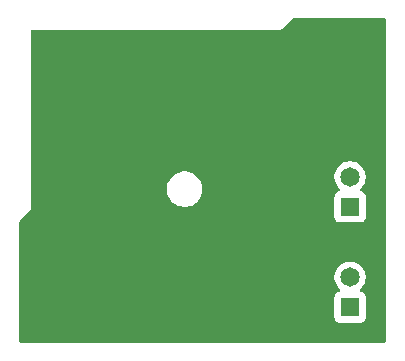
<source format=gbl>
%TF.GenerationSoftware,KiCad,Pcbnew,9.0.5-9.0.5~ubuntu24.04.1*%
%TF.CreationDate,2025-10-25T11:16:37+03:00*%
%TF.ProjectId,Blood pressure sensor,426c6f6f-6420-4707-9265-737375726520,rev?*%
%TF.SameCoordinates,Original*%
%TF.FileFunction,Copper,L2,Bot*%
%TF.FilePolarity,Positive*%
%FSLAX46Y46*%
G04 Gerber Fmt 4.6, Leading zero omitted, Abs format (unit mm)*
G04 Created by KiCad (PCBNEW 9.0.5-9.0.5~ubuntu24.04.1) date 2025-10-25 11:16:37*
%MOMM*%
%LPD*%
G01*
G04 APERTURE LIST*
%TA.AperFunction,ComponentPad*%
%ADD10R,1.650000X1.650000*%
%TD*%
%TA.AperFunction,ComponentPad*%
%ADD11C,1.650000*%
%TD*%
G04 APERTURE END LIST*
D10*
%TO.P,J1,1,1*%
%TO.N,Net-(IC3-OUT1)*%
X139500000Y-91000000D03*
D11*
%TO.P,J1,2,2*%
%TO.N,Net-(IC3-OUT2)*%
X139500000Y-88460000D03*
%TD*%
D10*
%TO.P,J2,1,1*%
%TO.N,+3.3V*%
X139500000Y-99500000D03*
D11*
%TO.P,J2,2,2*%
%TO.N,Net-(D2-K)*%
X139500000Y-96960000D03*
%TD*%
%TA.AperFunction,Conductor*%
%TO.N,GND*%
G36*
X142442539Y-75020185D02*
G01*
X142488294Y-75072989D01*
X142499500Y-75124500D01*
X142499500Y-102375500D01*
X142479815Y-102442539D01*
X142427011Y-102488294D01*
X142375500Y-102499500D01*
X111624500Y-102499500D01*
X111557461Y-102479815D01*
X111511706Y-102427011D01*
X111500500Y-102375500D01*
X111500500Y-96855675D01*
X138174500Y-96855675D01*
X138174500Y-97064324D01*
X138207137Y-97270389D01*
X138271612Y-97468820D01*
X138366330Y-97654714D01*
X138488966Y-97823506D01*
X138636033Y-97970573D01*
X138669518Y-98031896D01*
X138664534Y-98101588D01*
X138622662Y-98157521D01*
X138574447Y-98176497D01*
X138575068Y-98179124D01*
X138567520Y-98180907D01*
X138432671Y-98231202D01*
X138432664Y-98231206D01*
X138317455Y-98317452D01*
X138317452Y-98317455D01*
X138231206Y-98432664D01*
X138231202Y-98432671D01*
X138180908Y-98567517D01*
X138174501Y-98627116D01*
X138174501Y-98627123D01*
X138174500Y-98627135D01*
X138174500Y-100372870D01*
X138174501Y-100372876D01*
X138180908Y-100432483D01*
X138231202Y-100567328D01*
X138231206Y-100567335D01*
X138317452Y-100682544D01*
X138317455Y-100682547D01*
X138432664Y-100768793D01*
X138432671Y-100768797D01*
X138567517Y-100819091D01*
X138567516Y-100819091D01*
X138574444Y-100819835D01*
X138627127Y-100825500D01*
X140372872Y-100825499D01*
X140432483Y-100819091D01*
X140567331Y-100768796D01*
X140682546Y-100682546D01*
X140768796Y-100567331D01*
X140819091Y-100432483D01*
X140825500Y-100372873D01*
X140825499Y-98627128D01*
X140819091Y-98567517D01*
X140768796Y-98432669D01*
X140768795Y-98432668D01*
X140768793Y-98432664D01*
X140682547Y-98317455D01*
X140682544Y-98317452D01*
X140567335Y-98231206D01*
X140567328Y-98231202D01*
X140432482Y-98180908D01*
X140424938Y-98179126D01*
X140425616Y-98176252D01*
X140373843Y-98154809D01*
X140333993Y-98097418D01*
X140331497Y-98027593D01*
X140363962Y-97970577D01*
X140511035Y-97823505D01*
X140633670Y-97654714D01*
X140728389Y-97468816D01*
X140792862Y-97270389D01*
X140825500Y-97064324D01*
X140825500Y-96855675D01*
X140792862Y-96649610D01*
X140728387Y-96451179D01*
X140633669Y-96265285D01*
X140511035Y-96096495D01*
X140363505Y-95948965D01*
X140194714Y-95826330D01*
X140008820Y-95731612D01*
X139810389Y-95667137D01*
X139604324Y-95634500D01*
X139604319Y-95634500D01*
X139395681Y-95634500D01*
X139395676Y-95634500D01*
X139189610Y-95667137D01*
X138991179Y-95731612D01*
X138805285Y-95826330D01*
X138636493Y-95948966D01*
X138488966Y-96096493D01*
X138366330Y-96265285D01*
X138271612Y-96451179D01*
X138207137Y-96649610D01*
X138174500Y-96855675D01*
X111500500Y-96855675D01*
X111500500Y-92258676D01*
X111520185Y-92191637D01*
X111536819Y-92170995D01*
X111901000Y-91806814D01*
X112400500Y-91307314D01*
X112466392Y-91193186D01*
X112500500Y-91065892D01*
X112500500Y-90934107D01*
X112500500Y-89381902D01*
X123999500Y-89381902D01*
X123999500Y-89618097D01*
X124036446Y-89851368D01*
X124109433Y-90075996D01*
X124216657Y-90286433D01*
X124355483Y-90477510D01*
X124522490Y-90644517D01*
X124713567Y-90783343D01*
X124731904Y-90792686D01*
X124924003Y-90890566D01*
X124924005Y-90890566D01*
X124924008Y-90890568D01*
X125044412Y-90929689D01*
X125148631Y-90963553D01*
X125381903Y-91000500D01*
X125381908Y-91000500D01*
X125618097Y-91000500D01*
X125851368Y-90963553D01*
X126075992Y-90890568D01*
X126286433Y-90783343D01*
X126477510Y-90644517D01*
X126644517Y-90477510D01*
X126783343Y-90286433D01*
X126890568Y-90075992D01*
X126963553Y-89851368D01*
X126968924Y-89817455D01*
X127000500Y-89618097D01*
X127000500Y-89381902D01*
X126963553Y-89148631D01*
X126890566Y-88924003D01*
X126783342Y-88713566D01*
X126644517Y-88522490D01*
X126477702Y-88355675D01*
X138174500Y-88355675D01*
X138174500Y-88564324D01*
X138207137Y-88770389D01*
X138271612Y-88968820D01*
X138366330Y-89154714D01*
X138488966Y-89323506D01*
X138636033Y-89470573D01*
X138669518Y-89531896D01*
X138664534Y-89601588D01*
X138622662Y-89657521D01*
X138574447Y-89676497D01*
X138575068Y-89679124D01*
X138567520Y-89680907D01*
X138432671Y-89731202D01*
X138432664Y-89731206D01*
X138317455Y-89817452D01*
X138317452Y-89817455D01*
X138231206Y-89932664D01*
X138231202Y-89932671D01*
X138180908Y-90067517D01*
X138174501Y-90127116D01*
X138174501Y-90127123D01*
X138174500Y-90127135D01*
X138174500Y-91872870D01*
X138174501Y-91872876D01*
X138180908Y-91932483D01*
X138231202Y-92067328D01*
X138231206Y-92067335D01*
X138317452Y-92182544D01*
X138317455Y-92182547D01*
X138432664Y-92268793D01*
X138432671Y-92268797D01*
X138567517Y-92319091D01*
X138567516Y-92319091D01*
X138574444Y-92319835D01*
X138627127Y-92325500D01*
X140372872Y-92325499D01*
X140432483Y-92319091D01*
X140567331Y-92268796D01*
X140682546Y-92182546D01*
X140768796Y-92067331D01*
X140819091Y-91932483D01*
X140825500Y-91872873D01*
X140825499Y-90127128D01*
X140819091Y-90067517D01*
X140768796Y-89932669D01*
X140768795Y-89932668D01*
X140768793Y-89932664D01*
X140682547Y-89817455D01*
X140682544Y-89817452D01*
X140567335Y-89731206D01*
X140567328Y-89731202D01*
X140432482Y-89680908D01*
X140424938Y-89679126D01*
X140425616Y-89676252D01*
X140373843Y-89654809D01*
X140333993Y-89597418D01*
X140331497Y-89527593D01*
X140363962Y-89470577D01*
X140511035Y-89323505D01*
X140633670Y-89154714D01*
X140728389Y-88968816D01*
X140792862Y-88770389D01*
X140801862Y-88713566D01*
X140825500Y-88564324D01*
X140825500Y-88355675D01*
X140792862Y-88149610D01*
X140728387Y-87951179D01*
X140633669Y-87765285D01*
X140511035Y-87596495D01*
X140363505Y-87448965D01*
X140194714Y-87326330D01*
X140008820Y-87231612D01*
X139810389Y-87167137D01*
X139604324Y-87134500D01*
X139604319Y-87134500D01*
X139395681Y-87134500D01*
X139395676Y-87134500D01*
X139189610Y-87167137D01*
X138991179Y-87231612D01*
X138805285Y-87326330D01*
X138636493Y-87448966D01*
X138488966Y-87596493D01*
X138366330Y-87765285D01*
X138271612Y-87951179D01*
X138207137Y-88149610D01*
X138174500Y-88355675D01*
X126477702Y-88355675D01*
X126477510Y-88355483D01*
X126286433Y-88216657D01*
X126075996Y-88109433D01*
X125851368Y-88036446D01*
X125618097Y-87999500D01*
X125618092Y-87999500D01*
X125381908Y-87999500D01*
X125381903Y-87999500D01*
X125148631Y-88036446D01*
X124924003Y-88109433D01*
X124713566Y-88216657D01*
X124604550Y-88295862D01*
X124522490Y-88355483D01*
X124522488Y-88355485D01*
X124522487Y-88355485D01*
X124355485Y-88522487D01*
X124355485Y-88522488D01*
X124355483Y-88522490D01*
X124325089Y-88564324D01*
X124216657Y-88713566D01*
X124109433Y-88924003D01*
X124036446Y-89148631D01*
X123999500Y-89381902D01*
X112500500Y-89381902D01*
X112500500Y-76124500D01*
X112520185Y-76057461D01*
X112572989Y-76011706D01*
X112624500Y-76000500D01*
X133565890Y-76000500D01*
X133565892Y-76000500D01*
X133693186Y-75966392D01*
X133807314Y-75900500D01*
X134670995Y-75036819D01*
X134732318Y-75003334D01*
X134758676Y-75000500D01*
X142375500Y-75000500D01*
X142442539Y-75020185D01*
G37*
%TD.AperFunction*%
%TD*%
M02*

</source>
